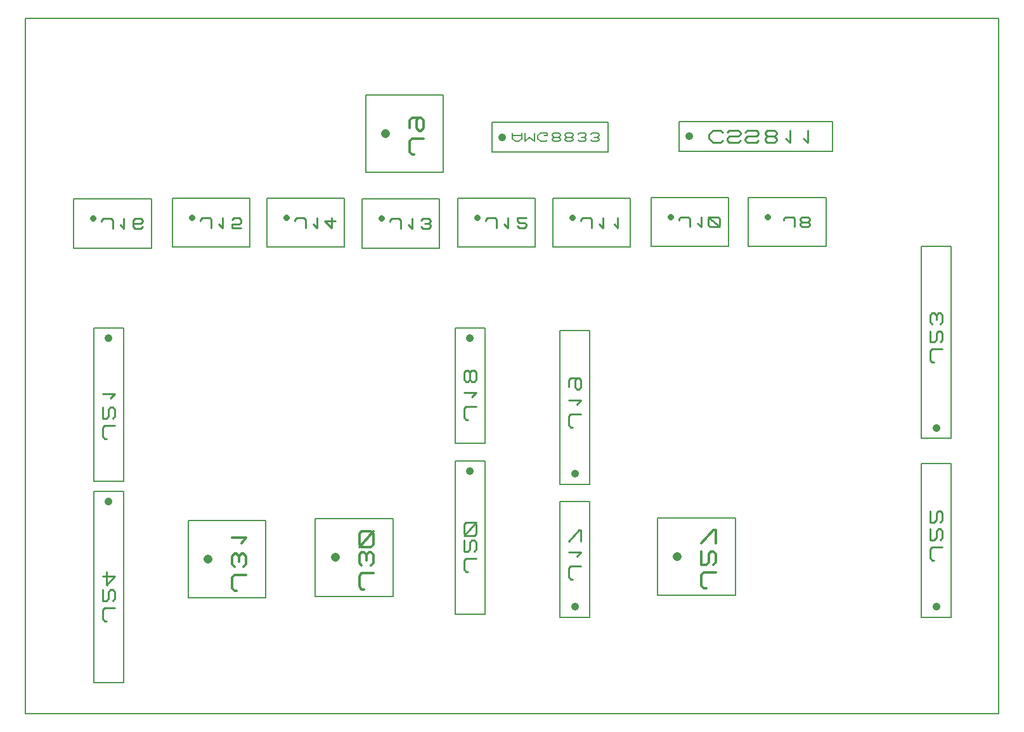
<source format=gbr>
G04 PROTEUS GERBER X2 FILE*
%TF.GenerationSoftware,Labcenter,Proteus,8.12-SP2-Build31155*%
%TF.CreationDate,2022-01-10T11:38:20+00:00*%
%TF.FileFunction,AssemblyDrawing,Bot*%
%TF.FilePolarity,Positive*%
%TF.Part,Single*%
%TF.SameCoordinates,{77801cfb-34c7-4bc7-9940-2a46c461fd0e}*%
%FSLAX45Y45*%
%MOMM*%
G01*
%TA.AperFunction,Profile*%
%ADD21C,0.203200*%
%TA.AperFunction,Material*%
%ADD23C,0.203200*%
%ADD38C,1.016000*%
%ADD39C,0.266700*%
%ADD51C,0.190860*%
%ADD43C,0.812800*%
%ADD52C,0.220130*%
%ADD49C,1.219200*%
%ADD50C,0.314280*%
%TD.AperFunction*%
D21*
X-5170000Y-3700000D02*
X+7830000Y-3700000D01*
X+7830000Y+5600000D01*
X-5170000Y+5600000D01*
X-5170000Y-3700000D01*
D23*
X+1969340Y-2408160D02*
X+2370660Y-2408160D01*
X+2370660Y-863840D01*
X+1969340Y-863840D01*
X+1969340Y-2408160D01*
D38*
X+2170000Y-2271000D02*
X+2170000Y-2271000D01*
D39*
X+2143330Y-1902065D02*
X+2116660Y-1902065D01*
X+2089990Y-1872062D01*
X+2089990Y-1752047D01*
X+2116660Y-1722043D01*
X+2250010Y-1722043D01*
X+2196670Y-1602028D02*
X+2250010Y-1542020D01*
X+2089990Y-1542020D01*
X+2250010Y-1392002D02*
X+2250010Y-1241983D01*
X+2223340Y-1241983D01*
X+2089990Y-1392002D01*
D23*
X+1969340Y-630160D02*
X+2370660Y-630160D01*
X+2370660Y+1422160D01*
X+1969340Y+1422160D01*
X+1969340Y-630160D01*
D38*
X+2170000Y-493000D02*
X+2170000Y-493000D01*
D39*
X+2143330Y+129935D02*
X+2116660Y+129935D01*
X+2089990Y+159938D01*
X+2089990Y+279953D01*
X+2116660Y+309957D01*
X+2250010Y+309957D01*
X+2196670Y+429972D02*
X+2250010Y+489980D01*
X+2089990Y+489980D01*
X+2196670Y+790017D02*
X+2170000Y+760013D01*
X+2170000Y+670002D01*
X+2196670Y+639998D01*
X+2223340Y+639998D01*
X+2250010Y+670002D01*
X+2250010Y+760013D01*
X+2223340Y+790017D01*
X+2116660Y+790017D01*
X+2089990Y+760013D01*
X+2089990Y+670002D01*
D23*
X+6795340Y-2408160D02*
X+7196660Y-2408160D01*
X+7196660Y-355840D01*
X+6795340Y-355840D01*
X+6795340Y-2408160D01*
D38*
X+6996000Y-2271000D02*
X+6996000Y-2271000D01*
D39*
X+6969330Y-1648065D02*
X+6942660Y-1648065D01*
X+6915990Y-1618062D01*
X+6915990Y-1498047D01*
X+6942660Y-1468043D01*
X+7076010Y-1468043D01*
X+7049340Y-1378032D02*
X+7076010Y-1348028D01*
X+7076010Y-1258017D01*
X+7049340Y-1228013D01*
X+7022670Y-1228013D01*
X+6996000Y-1258017D01*
X+6996000Y-1348028D01*
X+6969330Y-1378032D01*
X+6915990Y-1378032D01*
X+6915990Y-1228013D01*
X+7049340Y-1138002D02*
X+7076010Y-1107998D01*
X+7076010Y-1017987D01*
X+7049340Y-987983D01*
X+7022670Y-987983D01*
X+6996000Y-1017987D01*
X+6996000Y-1107998D01*
X+6969330Y-1138002D01*
X+6915990Y-1138002D01*
X+6915990Y-987983D01*
D23*
X+6795340Y-13760D02*
X+7196660Y-13760D01*
X+7196660Y+2546560D01*
X+6795340Y+2546560D01*
X+6795340Y-13760D01*
D38*
X+6996000Y+123400D02*
X+6996000Y+123400D01*
D39*
X+6969330Y+1000335D02*
X+6942660Y+1000335D01*
X+6915990Y+1030338D01*
X+6915990Y+1150353D01*
X+6942660Y+1180357D01*
X+7076010Y+1180357D01*
X+7049340Y+1270368D02*
X+7076010Y+1300372D01*
X+7076010Y+1390383D01*
X+7049340Y+1420387D01*
X+7022670Y+1420387D01*
X+6996000Y+1390383D01*
X+6996000Y+1300372D01*
X+6969330Y+1270368D01*
X+6915990Y+1270368D01*
X+6915990Y+1420387D01*
X+7049340Y+1510398D02*
X+7076010Y+1540402D01*
X+7076010Y+1630413D01*
X+7049340Y+1660417D01*
X+7022670Y+1660417D01*
X+6996000Y+1630413D01*
X+6969330Y+1660417D01*
X+6942660Y+1660417D01*
X+6915990Y+1630413D01*
X+6915990Y+1540402D01*
X+6942660Y+1510398D01*
X+6996000Y+1570406D02*
X+6996000Y+1630413D01*
D23*
X+569340Y-86160D02*
X+970660Y-86160D01*
X+970660Y+1458160D01*
X+569340Y+1458160D01*
X+569340Y-86160D01*
D38*
X+770000Y+1321000D02*
X+770000Y+1321000D01*
D39*
X+743330Y+231975D02*
X+716660Y+231975D01*
X+689990Y+261978D01*
X+689990Y+381993D01*
X+716660Y+411997D01*
X+850010Y+411997D01*
X+796670Y+532012D02*
X+850010Y+592020D01*
X+689990Y+592020D01*
X+770000Y+772042D02*
X+796670Y+742038D01*
X+823340Y+742038D01*
X+850010Y+772042D01*
X+850010Y+862053D01*
X+823340Y+892057D01*
X+796670Y+892057D01*
X+770000Y+862053D01*
X+770000Y+772042D01*
X+743330Y+742038D01*
X+716660Y+742038D01*
X+689990Y+772042D01*
X+689990Y+862053D01*
X+716660Y+892057D01*
X+743330Y+892057D01*
X+770000Y+862053D01*
D23*
X+569340Y-2372160D02*
X+970660Y-2372160D01*
X+970660Y-319840D01*
X+569340Y-319840D01*
X+569340Y-2372160D01*
D38*
X+770000Y-457000D02*
X+770000Y-457000D01*
D39*
X+743330Y-1800025D02*
X+716660Y-1800025D01*
X+689990Y-1770022D01*
X+689990Y-1650007D01*
X+716660Y-1620003D01*
X+850010Y-1620003D01*
X+823340Y-1529992D02*
X+850010Y-1499988D01*
X+850010Y-1409977D01*
X+823340Y-1379973D01*
X+796670Y-1379973D01*
X+770000Y-1409977D01*
X+770000Y-1499988D01*
X+743330Y-1529992D01*
X+689990Y-1529992D01*
X+689990Y-1379973D01*
X+716660Y-1319965D02*
X+823340Y-1319965D01*
X+850010Y-1289962D01*
X+850010Y-1169947D01*
X+823340Y-1139943D01*
X+716660Y-1139943D01*
X+689990Y-1169947D01*
X+689990Y-1289962D01*
X+716660Y-1319965D01*
X+689990Y-1319965D02*
X+850010Y-1139943D01*
D23*
X-4256660Y-594160D02*
X-3855340Y-594160D01*
X-3855340Y+1458160D01*
X-4256660Y+1458160D01*
X-4256660Y-594160D01*
D38*
X-4056000Y+1321000D02*
X-4056000Y+1321000D01*
D39*
X-4082670Y-22025D02*
X-4109340Y-22025D01*
X-4136010Y+7978D01*
X-4136010Y+127993D01*
X-4109340Y+157997D01*
X-3975990Y+157997D01*
X-4002660Y+248008D02*
X-3975990Y+278012D01*
X-3975990Y+368023D01*
X-4002660Y+398027D01*
X-4029330Y+398027D01*
X-4056000Y+368023D01*
X-4056000Y+278012D01*
X-4082670Y+248008D01*
X-4136010Y+248008D01*
X-4136010Y+398027D01*
X-4029330Y+518042D02*
X-3975990Y+578050D01*
X-4136010Y+578050D01*
D23*
X-4256660Y-3286560D02*
X-3855340Y-3286560D01*
X-3855340Y-726240D01*
X-4256660Y-726240D01*
X-4256660Y-3286560D01*
D38*
X-4056000Y-863400D02*
X-4056000Y-863400D01*
D39*
X-4082670Y-2460425D02*
X-4109340Y-2460425D01*
X-4136010Y-2430422D01*
X-4136010Y-2310407D01*
X-4109340Y-2280403D01*
X-3975990Y-2280403D01*
X-4002660Y-2190392D02*
X-3975990Y-2160388D01*
X-3975990Y-2070377D01*
X-4002660Y-2040373D01*
X-4029330Y-2040373D01*
X-4056000Y-2070377D01*
X-4056000Y-2160388D01*
X-4082670Y-2190392D01*
X-4136010Y-2190392D01*
X-4136010Y-2040373D01*
X-4082670Y-1800343D02*
X-4082670Y-1980365D01*
X-3975990Y-1860350D01*
X-4136010Y-1860350D01*
D23*
X+1066840Y+3809340D02*
X+2611160Y+3809340D01*
X+2611160Y+4210660D01*
X+1066840Y+4210660D01*
X+1066840Y+3809340D01*
D38*
X+1204000Y+4010000D02*
X+1204000Y+4010000D01*
D51*
X+1331768Y+4067259D02*
X+1331768Y+3990914D01*
X+1374711Y+3952742D01*
X+1417655Y+3952742D01*
X+1460599Y+3990914D01*
X+1460599Y+4067259D01*
X+1331768Y+4029087D02*
X+1460599Y+4029087D01*
X+1503543Y+4067259D02*
X+1503543Y+3952742D01*
X+1567958Y+4010000D01*
X+1632374Y+3952742D01*
X+1632374Y+4067259D01*
X+1761205Y+4029087D02*
X+1804149Y+4029087D01*
X+1804149Y+4067259D01*
X+1718261Y+4067259D01*
X+1675318Y+4029087D01*
X+1675318Y+3990914D01*
X+1718261Y+3952742D01*
X+1782677Y+3952742D01*
X+1804149Y+3971828D01*
X+1890036Y+4010000D02*
X+1868564Y+3990914D01*
X+1868564Y+3971828D01*
X+1890036Y+3952742D01*
X+1954452Y+3952742D01*
X+1975924Y+3971828D01*
X+1975924Y+3990914D01*
X+1954452Y+4010000D01*
X+1890036Y+4010000D01*
X+1868564Y+4029087D01*
X+1868564Y+4048173D01*
X+1890036Y+4067259D01*
X+1954452Y+4067259D01*
X+1975924Y+4048173D01*
X+1975924Y+4029087D01*
X+1954452Y+4010000D01*
X+2061811Y+4010000D02*
X+2040339Y+3990914D01*
X+2040339Y+3971828D01*
X+2061811Y+3952742D01*
X+2126227Y+3952742D01*
X+2147699Y+3971828D01*
X+2147699Y+3990914D01*
X+2126227Y+4010000D01*
X+2061811Y+4010000D01*
X+2040339Y+4029087D01*
X+2040339Y+4048173D01*
X+2061811Y+4067259D01*
X+2126227Y+4067259D01*
X+2147699Y+4048173D01*
X+2147699Y+4029087D01*
X+2126227Y+4010000D01*
X+2212114Y+3971828D02*
X+2233586Y+3952742D01*
X+2298002Y+3952742D01*
X+2319474Y+3971828D01*
X+2319474Y+3990914D01*
X+2298002Y+4010000D01*
X+2319474Y+4029087D01*
X+2319474Y+4048173D01*
X+2298002Y+4067259D01*
X+2233586Y+4067259D01*
X+2212114Y+4048173D01*
X+2255058Y+4010000D02*
X+2298002Y+4010000D01*
X+2383889Y+3971828D02*
X+2405361Y+3952742D01*
X+2469777Y+3952742D01*
X+2491249Y+3971828D01*
X+2491249Y+3990914D01*
X+2469777Y+4010000D01*
X+2491249Y+4029087D01*
X+2491249Y+4048173D01*
X+2469777Y+4067259D01*
X+2405361Y+4067259D01*
X+2383889Y+4048173D01*
X+2426833Y+4010000D02*
X+2469777Y+4010000D01*
D23*
X+3562840Y+3819340D02*
X+5615160Y+3819340D01*
X+5615160Y+4220660D01*
X+3562840Y+4220660D01*
X+3562840Y+3819340D01*
D38*
X+3700000Y+4020000D02*
X+3700000Y+4020000D01*
D39*
X+4142912Y+4073340D02*
X+4112908Y+4100010D01*
X+4022897Y+4100010D01*
X+3962890Y+4046670D01*
X+3962890Y+3993330D01*
X+4022897Y+3939990D01*
X+4112908Y+3939990D01*
X+4142912Y+3966660D01*
X+4202920Y+4073340D02*
X+4232923Y+4100010D01*
X+4352938Y+4100010D01*
X+4382942Y+4073340D01*
X+4382942Y+4046670D01*
X+4352938Y+4020000D01*
X+4232923Y+4020000D01*
X+4202920Y+3993330D01*
X+4202920Y+3966660D01*
X+4232923Y+3939990D01*
X+4352938Y+3939990D01*
X+4382942Y+3966660D01*
X+4442950Y+4073340D02*
X+4472953Y+4100010D01*
X+4592968Y+4100010D01*
X+4622972Y+4073340D01*
X+4622972Y+4046670D01*
X+4592968Y+4020000D01*
X+4472953Y+4020000D01*
X+4442950Y+3993330D01*
X+4442950Y+3966660D01*
X+4472953Y+3939990D01*
X+4592968Y+3939990D01*
X+4622972Y+3966660D01*
X+4742987Y+4020000D02*
X+4712983Y+3993330D01*
X+4712983Y+3966660D01*
X+4742987Y+3939990D01*
X+4832998Y+3939990D01*
X+4863002Y+3966660D01*
X+4863002Y+3993330D01*
X+4832998Y+4020000D01*
X+4742987Y+4020000D01*
X+4712983Y+4046670D01*
X+4712983Y+4073340D01*
X+4742987Y+4100010D01*
X+4832998Y+4100010D01*
X+4863002Y+4073340D01*
X+4863002Y+4046670D01*
X+4832998Y+4020000D01*
X+4983017Y+3993330D02*
X+5043025Y+3939990D01*
X+5043025Y+4100010D01*
X+5223047Y+3993330D02*
X+5283055Y+3939990D01*
X+5283055Y+4100010D01*
D23*
X+4485840Y+2548840D02*
X+5522160Y+2548840D01*
X+5522160Y+3204160D01*
X+4485840Y+3204160D01*
X+4485840Y+2548840D01*
D43*
X+4750000Y+2940000D02*
X+4750000Y+2940000D01*
D52*
X+4958281Y+2898513D02*
X+4958281Y+2920527D01*
X+4983045Y+2942540D01*
X+5082105Y+2942540D01*
X+5106870Y+2920527D01*
X+5106870Y+2810460D01*
X+5205929Y+2876500D02*
X+5181164Y+2854487D01*
X+5181164Y+2832473D01*
X+5205929Y+2810460D01*
X+5280224Y+2810460D01*
X+5304989Y+2832473D01*
X+5304989Y+2854487D01*
X+5280224Y+2876500D01*
X+5205929Y+2876500D01*
X+5181164Y+2898513D01*
X+5181164Y+2920527D01*
X+5205929Y+2942540D01*
X+5280224Y+2942540D01*
X+5304989Y+2920527D01*
X+5304989Y+2898513D01*
X+5280224Y+2876500D01*
D23*
X+3185840Y+2548840D02*
X+4222160Y+2548840D01*
X+4222160Y+3204160D01*
X+3185840Y+3204160D01*
X+3185840Y+2548840D01*
D43*
X+3450000Y+2940000D02*
X+3450000Y+2940000D01*
D52*
X+3559222Y+2898513D02*
X+3559222Y+2920527D01*
X+3583986Y+2942540D01*
X+3683046Y+2942540D01*
X+3707811Y+2920527D01*
X+3707811Y+2810460D01*
X+3806870Y+2854487D02*
X+3856400Y+2810460D01*
X+3856400Y+2942540D01*
X+3955460Y+2920527D02*
X+3955460Y+2832473D01*
X+3980224Y+2810460D01*
X+4079284Y+2810460D01*
X+4104049Y+2832473D01*
X+4104049Y+2920527D01*
X+4079284Y+2942540D01*
X+3980224Y+2942540D01*
X+3955460Y+2920527D01*
X+3955460Y+2942540D02*
X+4104049Y+2810460D01*
D23*
X+1875840Y+2538840D02*
X+2912160Y+2538840D01*
X+2912160Y+3194160D01*
X+1875840Y+3194160D01*
X+1875840Y+2538840D01*
D43*
X+2140000Y+2930000D02*
X+2140000Y+2930000D01*
D52*
X+2249222Y+2888513D02*
X+2249222Y+2910527D01*
X+2273986Y+2932540D01*
X+2373046Y+2932540D01*
X+2397811Y+2910527D01*
X+2397811Y+2800460D01*
X+2496870Y+2844487D02*
X+2546400Y+2800460D01*
X+2546400Y+2932540D01*
X+2694989Y+2844487D02*
X+2744519Y+2800460D01*
X+2744519Y+2932540D01*
D23*
X+605840Y+2538840D02*
X+1642160Y+2538840D01*
X+1642160Y+3194160D01*
X+605840Y+3194160D01*
X+605840Y+2538840D01*
D43*
X+870000Y+2930000D02*
X+870000Y+2930000D01*
D52*
X+979222Y+2888513D02*
X+979222Y+2910527D01*
X+1003986Y+2932540D01*
X+1103046Y+2932540D01*
X+1127811Y+2910527D01*
X+1127811Y+2800460D01*
X+1226870Y+2844487D02*
X+1276400Y+2800460D01*
X+1276400Y+2932540D01*
X+1400224Y+2822473D02*
X+1424989Y+2800460D01*
X+1499284Y+2800460D01*
X+1524049Y+2822473D01*
X+1524049Y+2844487D01*
X+1499284Y+2866500D01*
X+1424989Y+2866500D01*
X+1400224Y+2888513D01*
X+1400224Y+2932540D01*
X+1524049Y+2932540D01*
D23*
X-674160Y+2528840D02*
X+362160Y+2528840D01*
X+362160Y+3184160D01*
X-674160Y+3184160D01*
X-674160Y+2528840D01*
D43*
X-410000Y+2920000D02*
X-410000Y+2920000D01*
D52*
X-300778Y+2878513D02*
X-300778Y+2900527D01*
X-276014Y+2922540D01*
X-176954Y+2922540D01*
X-152189Y+2900527D01*
X-152189Y+2790460D01*
X-53130Y+2834487D02*
X-3600Y+2790460D01*
X-3600Y+2922540D01*
X+120224Y+2812473D02*
X+144989Y+2790460D01*
X+219284Y+2790460D01*
X+244049Y+2812473D01*
X+244049Y+2834487D01*
X+219284Y+2856500D01*
X+244049Y+2878513D01*
X+244049Y+2900527D01*
X+219284Y+2922540D01*
X+144989Y+2922540D01*
X+120224Y+2900527D01*
X+169754Y+2856500D02*
X+219284Y+2856500D01*
D23*
X-1944160Y+2538840D02*
X-907840Y+2538840D01*
X-907840Y+3194160D01*
X-1944160Y+3194160D01*
X-1944160Y+2538840D01*
D43*
X-1680000Y+2930000D02*
X-1680000Y+2930000D01*
D52*
X-1570778Y+2888513D02*
X-1570778Y+2910527D01*
X-1546014Y+2932540D01*
X-1446954Y+2932540D01*
X-1422189Y+2910527D01*
X-1422189Y+2800460D01*
X-1323130Y+2844487D02*
X-1273600Y+2800460D01*
X-1273600Y+2932540D01*
X-1025951Y+2888513D02*
X-1174540Y+2888513D01*
X-1075481Y+2800460D01*
X-1075481Y+2932540D01*
D23*
X-3204160Y+2538840D02*
X-2167840Y+2538840D01*
X-2167840Y+3194160D01*
X-3204160Y+3194160D01*
X-3204160Y+2538840D01*
D43*
X-2940000Y+2930000D02*
X-2940000Y+2930000D01*
D52*
X-2830778Y+2888513D02*
X-2830778Y+2910527D01*
X-2806014Y+2932540D01*
X-2706954Y+2932540D01*
X-2682189Y+2910527D01*
X-2682189Y+2800460D01*
X-2583130Y+2844487D02*
X-2533600Y+2800460D01*
X-2533600Y+2932540D01*
X-2285951Y+2800460D02*
X-2409776Y+2800460D01*
X-2409776Y+2844487D01*
X-2310716Y+2844487D01*
X-2285951Y+2866500D01*
X-2285951Y+2910527D01*
X-2310716Y+2932540D01*
X-2385011Y+2932540D01*
X-2409776Y+2910527D01*
D23*
X-4522160Y+2528840D02*
X-3485840Y+2528840D01*
X-3485840Y+3184160D01*
X-4522160Y+3184160D01*
X-4522160Y+2528840D01*
D43*
X-4258000Y+2920000D02*
X-4258000Y+2920000D01*
D52*
X-4148778Y+2878513D02*
X-4148778Y+2900527D01*
X-4124014Y+2922540D01*
X-4024954Y+2922540D01*
X-4000189Y+2900527D01*
X-4000189Y+2790460D01*
X-3901130Y+2834487D02*
X-3851600Y+2790460D01*
X-3851600Y+2922540D01*
X-3603951Y+2812473D02*
X-3628716Y+2790460D01*
X-3703011Y+2790460D01*
X-3727776Y+2812473D01*
X-3727776Y+2900527D01*
X-3703011Y+2922540D01*
X-3628716Y+2922540D01*
X-3603951Y+2900527D01*
X-3603951Y+2878513D01*
X-3628716Y+2856500D01*
X-3727776Y+2856500D01*
D23*
X-1294160Y-2128160D02*
X-257840Y-2128160D01*
X-257840Y-1091840D01*
X-1294160Y-1091840D01*
X-1294160Y-2128160D01*
D49*
X-1030000Y-1610000D02*
X-1030000Y-1610000D01*
D50*
X-644869Y-2034279D02*
X-676297Y-2034279D01*
X-707725Y-1998923D01*
X-707725Y-1857496D01*
X-676297Y-1822140D01*
X-519156Y-1822140D01*
X-550584Y-1716070D02*
X-519156Y-1680713D01*
X-519156Y-1574643D01*
X-550584Y-1539287D01*
X-582012Y-1539287D01*
X-613440Y-1574643D01*
X-644869Y-1539287D01*
X-676297Y-1539287D01*
X-707725Y-1574643D01*
X-707725Y-1680713D01*
X-676297Y-1716070D01*
X-613440Y-1645357D02*
X-613440Y-1574643D01*
X-676297Y-1468573D02*
X-550584Y-1468573D01*
X-519156Y-1433217D01*
X-519156Y-1291790D01*
X-550584Y-1256434D01*
X-676297Y-1256434D01*
X-707725Y-1291790D01*
X-707725Y-1433217D01*
X-676297Y-1468573D01*
X-707725Y-1468573D02*
X-519156Y-1256434D01*
D23*
X-624160Y+3541840D02*
X+412160Y+3541840D01*
X+412160Y+4578160D01*
X-624160Y+4578160D01*
X-624160Y+3541840D01*
D49*
X-360000Y+4060000D02*
X-360000Y+4060000D01*
D50*
X+25131Y+3777147D02*
X-6297Y+3777147D01*
X-37725Y+3812503D01*
X-37725Y+3953930D01*
X-6297Y+3989286D01*
X+150844Y+3989286D01*
X+87988Y+4272139D02*
X+56560Y+4236783D01*
X+56560Y+4130713D01*
X+87988Y+4095356D01*
X+119416Y+4095356D01*
X+150844Y+4130713D01*
X+150844Y+4236783D01*
X+119416Y+4272139D01*
X-6297Y+4272139D01*
X-37725Y+4236783D01*
X-37725Y+4130713D01*
D23*
X-2994160Y-2148160D02*
X-1957840Y-2148160D01*
X-1957840Y-1111840D01*
X-2994160Y-1111840D01*
X-2994160Y-2148160D01*
D49*
X-2730000Y-1630000D02*
X-2730000Y-1630000D01*
D50*
X-2344869Y-2054279D02*
X-2376297Y-2054279D01*
X-2407725Y-2018923D01*
X-2407725Y-1877496D01*
X-2376297Y-1842140D01*
X-2219156Y-1842140D01*
X-2250584Y-1736070D02*
X-2219156Y-1700713D01*
X-2219156Y-1594643D01*
X-2250584Y-1559287D01*
X-2282012Y-1559287D01*
X-2313440Y-1594643D01*
X-2344869Y-1559287D01*
X-2376297Y-1559287D01*
X-2407725Y-1594643D01*
X-2407725Y-1700713D01*
X-2376297Y-1736070D01*
X-2313440Y-1665357D02*
X-2313440Y-1594643D01*
X-2282012Y-1417860D02*
X-2219156Y-1347147D01*
X-2407725Y-1347147D01*
D23*
X+3275840Y-2118160D02*
X+4312160Y-2118160D01*
X+4312160Y-1081840D01*
X+3275840Y-1081840D01*
X+3275840Y-2118160D01*
D49*
X+3540000Y-1600000D02*
X+3540000Y-1600000D01*
D50*
X+3925131Y-2024279D02*
X+3893703Y-2024279D01*
X+3862275Y-1988923D01*
X+3862275Y-1847496D01*
X+3893703Y-1812140D01*
X+4050844Y-1812140D01*
X+4019416Y-1706070D02*
X+4050844Y-1670713D01*
X+4050844Y-1564643D01*
X+4019416Y-1529287D01*
X+3987988Y-1529287D01*
X+3956560Y-1564643D01*
X+3956560Y-1670713D01*
X+3925131Y-1706070D01*
X+3862275Y-1706070D01*
X+3862275Y-1529287D01*
X+4050844Y-1423217D02*
X+4050844Y-1246434D01*
X+4019416Y-1246434D01*
X+3862275Y-1423217D01*
M02*

</source>
